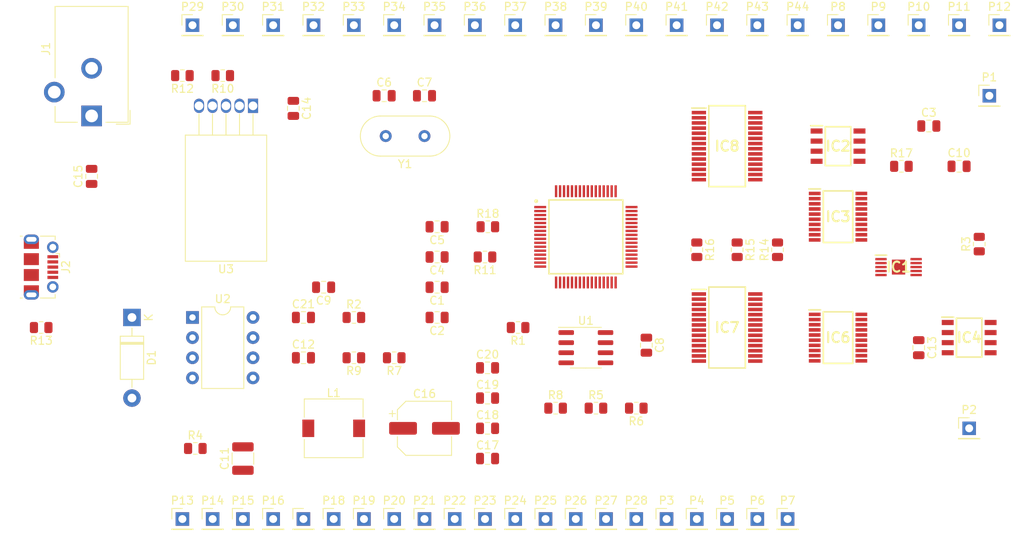
<source format=kicad_pcb>
(kicad_pcb (version 20171130) (host pcbnew "(5.1.7)-1")
  (layers (0 F.Cu signal) (31 B.Cu signal) (35 F.Paste user) (37 F.SilkS user) (38 B.Mask user) (39 F.Mask user) (44 Edge.Cuts user))
  (net 0 "")
  (net 1 Ground)
  (net 2 1.8V)
  (net 3 AnalogGround)
  (net 4 Analog3.3V)
  (net 5 GlobalOscIn)
  (net 6 GlobalOscOut)
  (net 7 3.3V)
  (net 8 VBus)
  (net 9 "Net-(C10-Pad1)")
  (net 10 "Net-(C12-Pad1)")
  (net 11 4V)
  (net 12 ExtPower)
  (net 13 "Net-(D1-Pad1)")
  (net 14 "Net-(IC1-Pad4)")
  (net 15 "Net-(IC1-Pad7)")
  (net 16 "Net-(IC2-Pad1)")
  (net 17 "Net-(IC2-Pad5)")
  (net 18 "Net-(IC2-Pad8)")
  (net 19 "Net-(IC3-Pad20)")
  (net 20 "Net-(IC3-Pad19)")
  (net 21 "Net-(IC3-Pad17)")
  (net 22 "Net-(IC3-Pad16)")
  (net 23 "Net-(IC3-Pad15)")
  (net 24 "Net-(IC3-Pad14)")
  (net 25 "Net-(IC3-Pad13)")
  (net 26 "Net-(IC3-Pad12)")
  (net 27 "Net-(IC3-Pad11)")
  (net 28 "Net-(IC3-Pad10)")
  (net 29 "Net-(IC3-Pad9)")
  (net 30 "Net-(IC3-Pad8)")
  (net 31 "Net-(IC3-Pad7)")
  (net 32 "Net-(IC3-Pad6)")
  (net 33 "Net-(IC3-Pad5)")
  (net 34 "Net-(IC3-Pad4)")
  (net 35 "Net-(IC4-Pad7)")
  (net 36 "Net-(IC4-Pad2)")
  (net 37 "Net-(IC5-Pad6)")
  (net 38 "Net-(IC5-Pad7)")
  (net 39 "Net-(IC5-Pad8)")
  (net 40 "Net-(IC5-Pad14)")
  (net 41 I2C_Clock)
  (net 42 I2C_Data)
  (net 43 "Net-(IC5-Pad19)")
  (net 44 "Net-(IC5-Pad21)")
  (net 45 "Net-(IC5-Pad23)")
  (net 46 "Net-(IC5-Pad24)")
  (net 47 "Net-(IC5-Pad26)")
  (net 48 "Net-(IC5-Pad27)")
  (net 49 "Net-(IC5-Pad28)")
  (net 50 "Net-(IC5-Pad29)")
  (net 51 "Net-(IC5-Pad30)")
  (net 52 "Net-(IC5-Pad32)")
  (net 53 "Net-(IC5-Pad33)")
  (net 54 "Net-(IC5-Pad34)")
  (net 55 "Net-(IC5-Pad36)")
  (net 56 "Net-(IC5-Pad38)")
  (net 57 "Net-(IC5-Pad39)")
  (net 58 "Net-(IC5-Pad40)")
  (net 59 "Net-(IC5-Pad41)")
  (net 60 "Net-(IC5-Pad60)")
  (net 61 ROM_DATA)
  (net 62 ROM_CLK)
  (net 63 ROM_CS)
  (net 64 "Net-(IC6-Pad7)")
  (net 65 "Net-(IC7-Pad1)")
  (net 66 "Net-(IC7-Pad2)")
  (net 67 "Net-(IC7-Pad3)")
  (net 68 "Net-(IC7-Pad4)")
  (net 69 "Net-(IC7-Pad5)")
  (net 70 "Net-(IC7-Pad6)")
  (net 71 "Net-(IC7-Pad7)")
  (net 72 "Net-(IC7-Pad8)")
  (net 73 "Net-(IC7-Pad11)")
  (net 74 "Net-(IC7-Pad14)")
  (net 75 "Net-(IC7-Pad18)")
  (net 76 "Net-(IC7-Pad19)")
  (net 77 "Net-(IC7-Pad20)")
  (net 78 "Net-(IC7-Pad21)")
  (net 79 "Net-(IC7-Pad22)")
  (net 80 "Net-(IC7-Pad23)")
  (net 81 "Net-(IC7-Pad24)")
  (net 82 "Net-(IC7-Pad25)")
  (net 83 "Net-(IC7-Pad26)")
  (net 84 "Net-(IC7-Pad27)")
  (net 85 "Net-(IC7-Pad28)")
  (net 86 "Net-(IC8-Pad28)")
  (net 87 "Net-(IC8-Pad27)")
  (net 88 "Net-(IC8-Pad26)")
  (net 89 "Net-(IC8-Pad25)")
  (net 90 "Net-(IC8-Pad24)")
  (net 91 "Net-(IC8-Pad23)")
  (net 92 "Net-(IC8-Pad22)")
  (net 93 "Net-(IC8-Pad21)")
  (net 94 "Net-(IC8-Pad20)")
  (net 95 "Net-(IC8-Pad19)")
  (net 96 "Net-(IC8-Pad14)")
  (net 97 "Net-(IC8-Pad11)")
  (net 98 "Net-(IC8-Pad8)")
  (net 99 "Net-(IC8-Pad7)")
  (net 100 "Net-(IC8-Pad6)")
  (net 101 "Net-(IC8-Pad5)")
  (net 102 "Net-(IC8-Pad4)")
  (net 103 "Net-(IC8-Pad3)")
  (net 104 "Net-(IC8-Pad2)")
  (net 105 "Net-(IC8-Pad1)")
  (net 106 "Net-(J2-Pad6)")
  (net 107 "Net-(J2-Pad4)")
  (net 108 "Net-(R2-Pad1)")
  (net 109 "Net-(R4-Pad1)")
  (net 110 "Net-(R5-Pad1)")
  (net 111 "Net-(R7-Pad2)")
  (net 112 "Net-(R10-Pad2)")
  (net 113 "Net-(U1-Pad6)")
  (net 114 "Net-(U1-Pad7)")
  (net 115 "Net-(IC2-Pad2)")
  (module Capacitor_SMD:C_0805_2012Metric (layer F.Cu) (at 104.46 129.54 180)
    (fp_text reference C1 (at 0 -1.68) (layer F.SilkS))
    (fp_text value 3.3u)
    (pad 2 smd roundrect (at 0.95 0 180) (size 1 1.45) (layers F.Cu F.Paste F.Mask) (net 1 Ground))
    (pad 1 smd roundrect (at -0.95 0 180) (size 1 1.45) (layers F.Cu F.Paste F.Mask) (net 2 1.8V))
  )
  (module Capacitor_SMD:C_0805_2012Metric (layer F.Cu) (at 104.46 133.35 180)
    (fp_text reference C2 (at 0 -1.68) (layer F.SilkS))
    (fp_text value 100n)
    (pad 2 smd roundrect (at 0.95 0 180) (size 1 1.45) (layers F.Cu F.Paste F.Mask) (net 1 Ground))
    (pad 1 smd roundrect (at -0.95 0 180) (size 1 1.45) (layers F.Cu F.Paste F.Mask) (net 2 1.8V))
  )
  (module Capacitor_SMD:C_0805_2012Metric (layer F.Cu) (at 166.37 109.22)
    (fp_text reference C3 (at 0 -1.68) (layer F.SilkS))
    (fp_text value 4.7u)
    (pad 1 smd roundrect (at -0.95 0) (size 1 1.45) (layers F.Cu F.Paste F.Mask) (net 3 AnalogGround))
    (pad 2 smd roundrect (at 0.95 0) (size 1 1.45) (layers F.Cu F.Paste F.Mask) (net 4 Analog3.3V))
  )
  (module Capacitor_SMD:C_0805_2012Metric (layer F.Cu) (at 104.46 125.73 180)
    (fp_text reference C4 (at 0 -1.68) (layer F.SilkS))
    (fp_text value 100n)
    (pad 1 smd roundrect (at -0.95 0 180) (size 1 1.45) (layers F.Cu F.Paste F.Mask) (net 2 1.8V))
    (pad 2 smd roundrect (at 0.95 0 180) (size 1 1.45) (layers F.Cu F.Paste F.Mask) (net 1 Ground))
  )
  (module Capacitor_SMD:C_0805_2012Metric (layer F.Cu) (at 104.46 121.92 180)
    (fp_text reference C5 (at 0 -1.68) (layer F.SilkS))
    (fp_text value 100n)
    (pad 2 smd roundrect (at 0.95 0 180) (size 1 1.45) (layers F.Cu F.Paste F.Mask) (net 1 Ground))
    (pad 1 smd roundrect (at -0.95 0 180) (size 1 1.45) (layers F.Cu F.Paste F.Mask) (net 2 1.8V))
  )
  (module Capacitor_SMD:C_0805_2012Metric (layer F.Cu) (at 97.79 105.41)
    (fp_text reference C6 (at 0 -1.68) (layer F.SilkS))
    (fp_text value 27p)
    (pad 2 smd roundrect (at 0.95 0) (size 1 1.45) (layers F.Cu F.Paste F.Mask) (net 1 Ground))
    (pad 1 smd roundrect (at -0.95 0) (size 1 1.45) (layers F.Cu F.Paste F.Mask) (net 5 GlobalOscIn))
  )
  (module Capacitor_SMD:C_0805_2012Metric (layer F.Cu) (at 102.87 105.41)
    (fp_text reference C7 (at 0 -1.68) (layer F.SilkS))
    (fp_text value 27p)
    (pad 1 smd roundrect (at -0.95 0) (size 1 1.45) (layers F.Cu F.Paste F.Mask) (net 6 GlobalOscOut))
    (pad 2 smd roundrect (at 0.95 0) (size 1 1.45) (layers F.Cu F.Paste F.Mask) (net 1 Ground))
  )
  (module Capacitor_SMD:C_0805_2012Metric (layer F.Cu) (at 130.81 136.84 270)
    (fp_text reference C8 (at 0 -1.68 90) (layer F.SilkS))
    (fp_text value 100n)
    (pad 1 smd roundrect (at -0.95 0 270) (size 1 1.45) (layers F.Cu F.Paste F.Mask) (net 7 3.3V))
    (pad 2 smd roundrect (at 0.95 0 270) (size 1 1.45) (layers F.Cu F.Paste F.Mask) (net 1 Ground))
  )
  (module Capacitor_SMD:C_0805_2012Metric (layer F.Cu) (at 90.17 129.54 180)
    (fp_text reference C9 (at 0 -1.68) (layer F.SilkS))
    (fp_text value 100u)
    (pad 1 smd roundrect (at -0.95 0 180) (size 1 1.45) (layers F.Cu F.Paste F.Mask) (net 8 VBus))
    (pad 2 smd roundrect (at 0.95 0 180) (size 1 1.45) (layers F.Cu F.Paste F.Mask) (net 1 Ground))
  )
  (module Capacitor_SMD:C_0805_2012Metric (layer F.Cu) (at 170.18 114.3)
    (fp_text reference C10 (at 0 -1.68) (layer F.SilkS))
    (fp_text value 10n)
    (pad 1 smd roundrect (at -0.95 0) (size 1 1.45) (layers F.Cu F.Paste F.Mask) (net 9 "Net-(C10-Pad1)"))
    (pad 2 smd roundrect (at 0.95 0) (size 1 1.45) (layers F.Cu F.Paste F.Mask) (net 3 AnalogGround))
  )
  (module Capacitor_SMD:C_1210_3225Metric (layer F.Cu) (at 80.01 151.13 90)
    (fp_text reference C11 (at 0 -2.3 90) (layer F.SilkS))
    (fp_text value 220u)
    (pad 1 smd roundrect (at -1.475 0 90) (size 1.15 2.7) (layers F.Cu F.Paste F.Mask) (roundrect_rratio 0.217391) (net 7 3.3V))
    (pad 2 smd roundrect (at 1.475 0 90) (size 1.15 2.7) (layers F.Cu F.Paste F.Mask) (roundrect_rratio 0.217391) (net 1 Ground))
  )
  (module Capacitor_SMD:C_0805_2012Metric (layer F.Cu) (at 87.63 138.43)
    (fp_text reference C12 (at 0 -1.68) (layer F.SilkS))
    (fp_text value 1n)
    (pad 2 smd roundrect (at 0.95 0) (size 1 1.45) (layers F.Cu F.Paste F.Mask) (net 1 Ground))
    (pad 1 smd roundrect (at -0.95 0) (size 1 1.45) (layers F.Cu F.Paste F.Mask) (net 10 "Net-(C12-Pad1)"))
  )
  (module Capacitor_SMD:C_0805_2012Metric (layer F.Cu) (at 165.1 137.16 270)
    (fp_text reference C13 (at 0 -1.68 90) (layer F.SilkS))
    (fp_text value 2.2u)
    (pad 2 smd roundrect (at 0.95 0 270) (size 1 1.45) (layers F.Cu F.Paste F.Mask) (net 3 AnalogGround))
    (pad 1 smd roundrect (at -0.95 0 270) (size 1 1.45) (layers F.Cu F.Paste F.Mask) (net 4 Analog3.3V))
  )
  (module Capacitor_SMD:C_0805_2012Metric (layer F.Cu) (at 86.36 107 270)
    (fp_text reference C14 (at 0 -1.68 90) (layer F.SilkS))
    (fp_text value 1u)
    (pad 1 smd roundrect (at -0.95 0 270) (size 1 1.45) (layers F.Cu F.Paste F.Mask) (net 11 4V))
    (pad 2 smd roundrect (at 0.95 0 270) (size 1 1.45) (layers F.Cu F.Paste F.Mask) (net 1 Ground))
  )
  (module Capacitor_SMD:C_0805_2012Metric (layer F.Cu) (at 60.96 115.57 90)
    (fp_text reference C15 (at 0 -1.68 90) (layer F.SilkS))
    (fp_text value 1u)
    (pad 2 smd roundrect (at 0.95 0 90) (size 1 1.45) (layers F.Cu F.Paste F.Mask) (net 1 Ground))
    (pad 1 smd roundrect (at -0.95 0 90) (size 1 1.45) (layers F.Cu F.Paste F.Mask) (net 12 ExtPower))
  )
  (module Capacitor_SMD:CP_Elec_6.3x5.8 (layer F.Cu) (at 102.87 147.32)
    (fp_text reference C16 (at 0 -4.35) (layer F.SilkS))
    (fp_text value 4.7u)
    (pad 1 smd roundrect (at -2.7 0) (size 3.5 1.6) (layers F.Cu F.Paste F.Mask) (roundrect_rratio 0.15625) (net 7 3.3V))
    (pad 2 smd roundrect (at 2.7 0) (size 3.5 1.6) (layers F.Cu F.Paste F.Mask) (roundrect_rratio 0.15625) (net 1 Ground))
  )
  (module Capacitor_SMD:C_0805_2012Metric (layer F.Cu) (at 110.81 151.13)
    (fp_text reference C17 (at 0 -1.68) (layer F.SilkS))
    (fp_text value 100n)
    (pad 1 smd roundrect (at -0.95 0) (size 1 1.45) (layers F.Cu F.Paste F.Mask) (net 7 3.3V))
    (pad 2 smd roundrect (at 0.95 0) (size 1 1.45) (layers F.Cu F.Paste F.Mask) (net 1 Ground))
  )
  (module Capacitor_SMD:C_0805_2012Metric (layer F.Cu) (at 110.81 147.32)
    (fp_text reference C18 (at 0 -1.68) (layer F.SilkS))
    (fp_text value 100n)
    (pad 2 smd roundrect (at 0.95 0) (size 1 1.45) (layers F.Cu F.Paste F.Mask) (net 1 Ground))
    (pad 1 smd roundrect (at -0.95 0) (size 1 1.45) (layers F.Cu F.Paste F.Mask) (net 7 3.3V))
  )
  (module Capacitor_SMD:C_0805_2012Metric (layer F.Cu) (at 110.81 143.51)
    (fp_text reference C19 (at 0 -1.68) (layer F.SilkS))
    (fp_text value 100n)
    (pad 1 smd roundrect (at -0.95 0) (size 1 1.45) (layers F.Cu F.Paste F.Mask) (net 7 3.3V))
    (pad 2 smd roundrect (at 0.95 0) (size 1 1.45) (layers F.Cu F.Paste F.Mask) (net 1 Ground))
  )
  (module Capacitor_SMD:C_0805_2012Metric (layer F.Cu) (at 110.81 139.7)
    (fp_text reference C20 (at 0 -1.68) (layer F.SilkS))
    (fp_text value 100n)
    (pad 2 smd roundrect (at 0.95 0) (size 1 1.45) (layers F.Cu F.Paste F.Mask) (net 1 Ground))
    (pad 1 smd roundrect (at -0.95 0) (size 1 1.45) (layers F.Cu F.Paste F.Mask) (net 7 3.3V))
  )
  (module Capacitor_SMD:C_0805_2012Metric (layer F.Cu) (at 87.63 133.35)
    (fp_text reference C21 (at 0 -1.68) (layer F.SilkS))
    (fp_text value 100p)
    (pad 1 smd roundrect (at -0.95 0) (size 1 1.45) (layers F.Cu F.Paste F.Mask) (net 10 "Net-(C12-Pad1)"))
    (pad 2 smd roundrect (at 0.95 0) (size 1 1.45) (layers F.Cu F.Paste F.Mask) (net 1 Ground))
  )
  (module Diode_THT:D_DO-41_SOD81_P10.16mm_Horizontal (layer F.Cu) (at 66.04 133.35 270)
    (fp_text reference D1 (at 5.08 -2.47 90) (layer F.SilkS))
    (fp_text value 1N5819)
    (fp_text user K (at 0 -2.1 90) (layer F.SilkS))
    (pad 1 thru_hole rect (at 0 0 270) (size 2.2 2.2) (drill 1.1) (layers *.Cu *.Mask) (net 13 "Net-(D1-Pad1)"))
    (pad 2 thru_hole oval (at 10.16 0 270) (size 2.2 2.2) (drill 1.1) (layers *.Cu *.Mask) (net 1 Ground))
  )
  (module SOP50P490X110-11N (layer F.Cu) (at 162.56 127)
    (fp_text reference IC1 (at 0 0) (layer F.SilkS) (effects (font (size 1.27 1.27) (thickness 0.254))))
    (fp_text value LT3042EMSE#TRPBF hide)
    (pad 1 smd rect (at -2.212 -1 90) (size 0.3 1.425) (layers F.Cu F.Paste F.Mask) (net 12 ExtPower))
    (pad 2 smd rect (at -2.212 -0.5 90) (size 0.3 1.425) (layers F.Cu F.Paste F.Mask) (net 12 ExtPower))
    (pad 3 smd rect (at -2.212 0 90) (size 0.3 1.425) (layers F.Cu F.Paste F.Mask) (net 12 ExtPower))
    (pad 4 smd rect (at -2.212 0.5 90) (size 0.3 1.425) (layers F.Cu F.Paste F.Mask) (net 14 "Net-(IC1-Pad4)"))
    (pad 5 smd rect (at -2.212 1 90) (size 0.3 1.425) (layers F.Cu F.Paste F.Mask) (net 9 "Net-(C10-Pad1)"))
    (pad 6 smd rect (at 2.212 1 90) (size 0.3 1.425) (layers F.Cu F.Paste F.Mask) (net 12 ExtPower))
    (pad 7 smd rect (at 2.212 0.5 90) (size 0.3 1.425) (layers F.Cu F.Paste F.Mask) (net 15 "Net-(IC1-Pad7)"))
    (pad 8 smd rect (at 2.212 0 90) (size 0.3 1.425) (layers F.Cu F.Paste F.Mask) (net 3 AnalogGround))
    (pad 9 smd rect (at 2.212 -0.5 90) (size 0.3 1.425) (layers F.Cu F.Paste F.Mask) (net 4 Analog3.3V))
    (pad 10 smd rect (at 2.212 -1 90) (size 0.3 1.425) (layers F.Cu F.Paste F.Mask) (net 4 Analog3.3V))
    (pad 11 smd rect (at 0 0) (size 1.68 1.88) (layers F.Cu F.Paste F.Mask) (net 3 AnalogGround))
  )
  (module SOIC127P600X175-8N (layer F.Cu) (at 154.94 111.76)
    (fp_text reference IC2 (at 0 0) (layer F.SilkS) (effects (font (size 1.27 1.27) (thickness 0.254))))
    (fp_text value AD8551ARZ hide)
    (pad 1 smd rect (at -2.7 -1.905 90) (size 0.65 1.5) (layers F.Cu F.Paste F.Mask) (net 16 "Net-(IC2-Pad1)"))
    (pad 2 smd rect (at -2.7 -0.635 90) (size 0.65 1.5) (layers F.Cu F.Paste F.Mask) (net 115 "Net-(IC2-Pad2)"))
    (pad 3 smd rect (at -2.7 0.635 90) (size 0.65 1.5) (layers F.Cu F.Paste F.Mask) (net 3 AnalogGround))
    (pad 4 smd rect (at -2.7 1.905 90) (size 0.65 1.5) (layers F.Cu F.Paste F.Mask) (net 3 AnalogGround))
    (pad 5 smd rect (at 2.7 1.905 90) (size 0.65 1.5) (layers F.Cu F.Paste F.Mask) (net 17 "Net-(IC2-Pad5)"))
    (pad 6 smd rect (at 2.7 0.635 90) (size 0.65 1.5) (layers F.Cu F.Paste F.Mask) (net 115 "Net-(IC2-Pad2)"))
    (pad 7 smd rect (at 2.7 -0.635 90) (size 0.65 1.5) (layers F.Cu F.Paste F.Mask) (net 4 Analog3.3V))
    (pad 8 smd rect (at 2.7 -1.905 90) (size 0.65 1.5) (layers F.Cu F.Paste F.Mask) (net 18 "Net-(IC2-Pad8)"))
  )
  (module SOP65P640X120-20N (layer F.Cu) (at 154.94 120.65)
    (fp_text reference IC3 (at 0 0) (layer F.SilkS) (effects (font (size 1.27 1.27) (thickness 0.254))))
    (fp_text value AD5445YRUZ hide)
    (pad 20 smd rect (at 2.938 -2.925 90) (size 0.45 1.475) (layers F.Cu F.Paste F.Mask) (net 19 "Net-(IC3-Pad20)"))
    (pad 19 smd rect (at 2.938 -2.275 90) (size 0.45 1.475) (layers F.Cu F.Paste F.Mask) (net 20 "Net-(IC3-Pad19)"))
    (pad 18 smd rect (at 2.938 -1.625 90) (size 0.45 1.475) (layers F.Cu F.Paste F.Mask) (net 4 Analog3.3V))
    (pad 17 smd rect (at 2.938 -0.975 90) (size 0.45 1.475) (layers F.Cu F.Paste F.Mask) (net 21 "Net-(IC3-Pad17)"))
    (pad 16 smd rect (at 2.938 -0.325 90) (size 0.45 1.475) (layers F.Cu F.Paste F.Mask) (net 22 "Net-(IC3-Pad16)"))
    (pad 15 smd rect (at 2.938 0.325 90) (size 0.45 1.475) (layers F.Cu F.Paste F.Mask) (net 23 "Net-(IC3-Pad15)"))
    (pad 14 smd rect (at 2.938 0.975 90) (size 0.45 1.475) (layers F.Cu F.Paste F.Mask) (net 24 "Net-(IC3-Pad14)"))
    (pad 13 smd rect (at 2.938 1.625 90) (size 0.45 1.475) (layers F.Cu F.Paste F.Mask) (net 25 "Net-(IC3-Pad13)"))
    (pad 12 smd rect (at 2.938 2.275 90) (size 0.45 1.475) (layers F.Cu F.Paste F.Mask) (net 26 "Net-(IC3-Pad12)"))
    (pad 11 smd rect (at 2.938 2.925 90) (size 0.45 1.475) (layers F.Cu F.Paste F.Mask) (net 27 "Net-(IC3-Pad11)"))
    (pad 10 smd rect (at -2.938 2.925 90) (size 0.45 1.475) (layers F.Cu F.Paste F.Mask) (net 28 "Net-(IC3-Pad10)"))
    (pad 9 smd rect (at -2.938 2.275 90) (size 0.45 1.475) (layers F.Cu F.Paste F.Mask) (net 29 "Net-(IC3-Pad9)"))
    (pad 8 smd rect (at -2.938 1.625 90) (size 0.45 1.475) (layers F.Cu F.Paste F.Mask) (net 30 "Net-(IC3-Pad8)"))
    (pad 7 smd rect (at -2.938 0.975 90) (size 0.45 1.475) (layers F.Cu F.Paste F.Mask) (net 31 "Net-(IC3-Pad7)"))
    (pad 6 smd rect (at -2.938 0.325 90) (size 0.45 1.475) (layers F.Cu F.Paste F.Mask) (net 32 "Net-(IC3-Pad6)"))
    (pad 5 smd rect (at -2.938 -0.325 90) (size 0.45 1.475) (layers F.Cu F.Paste F.Mask) (net 33 "Net-(IC3-Pad5)"))
    (pad 4 smd rect (at -2.938 -0.975 90) (size 0.45 1.475) (layers F.Cu F.Paste F.Mask) (net 34 "Net-(IC3-Pad4)"))
    (pad 3 smd rect (at -2.938 -1.625 90) (size 0.45 1.475) (layers F.Cu F.Paste F.Mask) (net 3 AnalogGround))
    (pad 2 smd rect (at -2.938 -2.275 90) (size 0.45 1.475) (layers F.Cu F.Paste F.Mask) (net 3 AnalogGround))
    (pad 1 smd rect (at -2.938 -2.925 90) (size 0.45 1.475) (layers F.Cu F.Paste F.Mask) (net 115 "Net-(IC2-Pad2)"))
  )
  (module SOIC127P600X175-8N (layer F.Cu) (at 171.45 135.89)
    (fp_text reference IC4 (at 0 0) (layer F.SilkS) (effects (font (size 1.27 1.27) (thickness 0.254))))
    (fp_text value MCP1501-25E_SN hide)
    (pad 8 smd rect (at 2.7 -1.905 90) (size 0.65 1.5) (layers F.Cu F.Paste F.Mask) (net 35 "Net-(IC4-Pad7)"))
    (pad 7 smd rect (at 2.7 -0.635 90) (size 0.65 1.5) (layers F.Cu F.Paste F.Mask) (net 35 "Net-(IC4-Pad7)"))
    (pad 6 smd rect (at 2.7 0.635 90) (size 0.65 1.5) (layers F.Cu F.Paste F.Mask) (net 3 AnalogGround))
    (pad 5 smd rect (at 2.7 1.905 90) (size 0.65 1.5) (layers F.Cu F.Paste F.Mask) (net 3 AnalogGround))
    (pad 4 smd rect (at -2.7 1.905 90) (size 0.65 1.5) (layers F.Cu F.Paste F.Mask) (net 3 AnalogGround))
    (pad 3 smd rect (at -2.7 0.635 90) (size 0.65 1.5) (layers F.Cu F.Paste F.Mask) (net 4 Analog3.3V))
    (pad 2 smd rect (at -2.7 -0.635 90) (size 0.65 1.5) (layers F.Cu F.Paste F.Mask) (net 36 "Net-(IC4-Pad2)"))
    (pad 1 smd rect (at -2.7 -1.905 90) (size 0.65 1.5) (layers F.Cu F.Paste F.Mask) (net 4 Analog3.3V))
  )
  (module QFP50P1200X1200X160-64N (layer F.Cu) (at 123.19 123.19)
    (fp_text reference IC5 hide)
    (fp_text value FT2232 hide)
    (pad 1 smd rect (at -5.75 -3.75 90) (size 0.3 1.5) (layers F.Cu F.Paste F.Mask) (net 1 Ground))
    (pad 2 smd rect (at -5.75 -3.25 90) (size 0.3 1.5) (layers F.Cu F.Paste F.Mask) (net 5 GlobalOscIn))
    (pad 3 smd rect (at -5.75 -2.75 90) (size 0.3 1.5) (layers F.Cu F.Paste F.Mask) (net 6 GlobalOscOut))
    (pad 4 smd rect (at -5.75 -2.25 90) (size 0.3 1.5) (layers F.Cu F.Paste F.Mask) (net 7 3.3V))
    (pad 5 smd rect (at -5.75 -1.75 90) (size 0.3 1.5) (layers F.Cu F.Paste F.Mask) (net 1 Ground))
    (pad 6 smd rect (at -5.75 -1.25 90) (size 0.3 1.5) (layers F.Cu F.Paste F.Mask) (net 37 "Net-(IC5-Pad6)"))
    (pad 7 smd rect (at -5.75 -0.75 90) (size 0.3 1.5) (layers F.Cu F.Paste F.Mask) (net 38 "Net-(IC5-Pad7)"))
    (pad 8 smd rect (at -5.75 -0.25 90) (size 0.3 1.5) (layers F.Cu F.Paste F.Mask) (net 39 "Net-(IC5-Pad8)"))
    (pad 9 smd rect (at -5.75 0.25 90) (size 0.3 1.5) (layers F.Cu F.Paste F.Mask) (net 7 3.3V))
    (pad 10 smd rect (at -5.75 0.75 90) (size 0.3 1.5) (layers F.Cu F.Paste F.Mask) (net 1 Ground))
    (pad 11 smd rect (at -5.75 1.25 90) (size 0.3 1.5) (layers F.Cu F.Paste F.Mask) (net 1 Ground))
    (pad 12 smd rect (at -5.75 1.75 90) (size 0.3 1.5) (layers F.Cu F.Paste F.Mask) (net 2 1.8V))
    (pad 13 smd rect (at -5.75 2.25 90) (size 0.3 1.5) (layers F.Cu F.Paste F.Mask) (net 1 Ground))
    (pad 14 smd rect (at -5.75 2.75 90) (size 0.3 1.5) (layers F.Cu F.Paste F.Mask) (net 40 "Net-(IC5-Pad14)"))
    (pad 15 smd rect (at -5.75 3.25 90) (size 0.3 1.5) (layers F.Cu F.Paste F.Mask) (net 1 Ground))
    (pad 16 smd rect (at -5.75 3.75 90) (size 0.3 1.5) (layers F.Cu F.Paste F.Mask) (net 41 I2C_Clock))
    (pad 17 smd rect (at -3.75 5.75) (size 0.3 1.5) (layers F.Cu F.Paste F.Mask) (net 42 I2C_Data))
    (pad 18 smd rect (at -3.25 5.75) (size 0.3 1.5) (layers F.Cu F.Paste F.Mask) (net 42 I2C_Data))
    (pad 19 smd rect (at -2.75 5.75) (size 0.3 1.5) (layers F.Cu F.Paste F.Mask) (net 43 "Net-(IC5-Pad19)"))
    (pad 20 smd rect (at -2.25 5.75) (size 0.3 1.5) (layers F.Cu F.Paste F.Mask) (net 7 3.3V))
    (pad 21 smd rect (at -1.75 5.75) (size 0.3 1.5) (layers F.Cu F.Paste F.Mask) (net 44 "Net-(IC5-Pad21)"))
    (pad 22 smd rect (at -1.25 5.75) (size 0.3 1.5) (layers F.Cu F.Paste F.Mask) (net 4 Analog3.3V))
    (pad 23 smd rect (at -0.75 5.75) (size 0.3 1.5) (layers F.Cu F.Paste F.Mask) (net 45 "Net-(IC5-Pad23)"))
    (pad 24 smd rect (at -0.25 5.75) (size 0.3 1.5) (layers F.Cu F.Paste F.Mask) (net 46 "Net-(IC5-Pad24)"))
    (pad 25 smd rect (at 0.25 5.75) (size 0.3 1.5) (layers F.Cu F.Paste F.Mask) (net 1 Ground))
    (pad 26 smd rect (at 0.75 5.75) (size 0.3 1.5) (layers F.Cu F.Paste F.Mask) (net 47 "Net-(IC5-Pad26)"))
    (pad 27 smd rect (at 1.25 5.75) (size 0.3 1.5) (layers F.Cu F.Paste F.Mask) (net 48 "Net-(IC5-Pad27)"))
    (pad 28 smd rect (at 1.75 5.75) (size 0.3 1.5) (layers F.Cu F.Paste F.Mask) (net 49 "Net-(IC5-Pad28)"))
    (pad 29 smd rect (at 2.25 5.75) (size 0.3 1.5) (layers F.Cu F.Paste F.Mask) (net 50 "Net-(IC5-Pad29)"))
    (pad 30 smd rect (at 2.75 5.75) (size 0.3 1.5) (layers F.Cu F.Paste F.Mask) (net 51 "Net-(IC5-Pad30)"))
    (pad 31 smd rect (at 3.25 5.75) (size 0.3 1.5) (layers F.Cu F.Paste F.Mask) (net 7 3.3V))
    (pad 32 smd rect (at 3.75 5.75) (size 0.3 1.5) (layers F.Cu F.Paste F.Mask) (net 52 "Net-(IC5-Pad32)"))
    (pad 33 smd rect (at 5.75 3.75 90) (size 0.3 1.5) (layers F.Cu F.Paste F.Mask) (net 53 "Net-(IC5-Pad33)"))
    (pad 34 smd rect (at 5.75 3.25 90) (size 0.3 1.5) (layers F.Cu F.Paste F.Mask) (net 54 "Net-(IC5-Pad34)"))
    (pad 35 smd rect (at 5.75 2.75 90) (size 0.3 1.5) (layers F.Cu F.Paste F.Mask) (net 1 Ground))
    (pad 36 smd rect (at 5.75 2.25 90) (size 0.3 1.5) (layers F.Cu F.Paste F.Mask) (net 55 "Net-(IC5-Pad36)"))
    (pad 37 smd rect (at 5.75 1.75 90) (size 0.3 1.5) (layers F.Cu F.Paste F.Mask) (net 2 1.8V))
    (pad 38 smd rect (at 5.75 1.25 90) (size 0.3 1.5) (layers F.Cu F.Paste F.Mask) (net 56 "Net-(IC5-Pad38)"))
    (pad 39 smd rect (at 5.75 0.75 90) (size 0.3 1.5) (layers F.Cu F.Paste F.Mask) (net 57 "Net-(IC5-Pad39)"))
    (pad 40 smd rect (at 5.75 0.25 90) (size 0.3 1.5) (layers F.Cu F.Paste F.Mask) (net 58 "Net-(IC5-Pad40)"))
    (pad 41 smd rect (at 5.75 -0.25 90) (size 0.3 1.5) (layers F.Cu F.Paste F.Mask) (net 59 "Net-(IC5-Pad41)"))
    (pad 42 smd rect (at 5.75 -0.75 90) (size 0.3 1.5) (layers F.Cu F.Paste F.Mask) (net 7 3.3V))
    (pad 43 smd rect (at 5.75 -1.25 90) (size 0.3 1.5) (layers F.Cu F.Paste F.Mask) (net 23 "Net-(IC3-Pad15)"))
    (pad 44 smd rect (at 5.75 -1.75 90) (size 0.3 1.5) (layers F.Cu F.Paste F.Mask) (net 24 "Net-(IC3-Pad14)"))
    (pad 45 smd rect (at 5.75 -2.25 90) (size 0.3 1.5) (layers F.Cu F.Paste F.Mask) (net 25 "Net-(IC3-Pad13)"))
    (pad 46 smd rect (at 5.75 -2.75 90) (size 0.3 1.5) (layers F.Cu F.Paste F.Mask) (net 26 "Net-(IC3-Pad12)"))
    (pad 47 smd rect (at 5.75 -3.25 90) (size 0.3 1.5) (layers F.Cu F.Paste F.Mask) (net 1 Ground))
    (pad 48 smd rect (at 5.75 -3.75 90) (size 0.3 1.5) (layers F.Cu F.Paste F.Mask) (net 27 "Net-(IC3-Pad11)"))
    (pad 49 smd rect (at 3.75 -5.75) (size 0.3 1.5) (layers F.Cu F.Paste F.Mask) (net 2 1.8V))
    (pad 50 smd rect (at 3.25 -5.75) (size 0.3 1.5) (layers F.Cu F.Paste F.Mask) (net 7 3.3V))
    (pad 51 smd rect (at 2.75 -5.75) (size 0.3 1.5) (layers F.Cu F.Paste F.Mask) (net 1 Ground))
    (pad 52 smd rect (at 2.25 -5.75) (size 0.3 1.5) (layers F.Cu F.Paste F.Mask) (net 28 "Net-(IC3-Pad10)"))
    (pad 53 smd rect (at 1.75 -5.75) (size 0.3 1.5) (layers F.Cu F.Paste F.Mask) (net 29 "Net-(IC3-Pad9)"))
    (pad 54 smd rect (at 1.25 -5.75) (size 0.3 1.5) (layers F.Cu F.Paste F.Mask) (net 30 "Net-(IC3-Pad8)"))
    (pad 55 smd rect (at 0.75 -5.75) (size 0.3 1.5) (layers F.Cu F.Paste F.Mask) (net 31 "Net-(IC3-Pad7)"))
    (pad 56 smd rect (at 0.25 -5.75) (size 0.3 1.5) (layers F.Cu F.Paste F.Mask) (net 7 3.3V))
    (pad 57 smd rect (at -0.25 -5.75) (size 0.3 1.5) (layers F.Cu F.Paste F.Mask) (net 32 "Net-(IC3-Pad6)"))
    (pad 58 smd rect (at -0.75 -5.75) (size 0.3 1.5) (layers F.Cu F.Paste F.Mask) (net 33 "Net-(IC3-Pad5)"))
    (pad 59 smd rect (at -1.25 -5.75) (size 0.3 1.5) (layers F.Cu F.Paste F.Mask) (net 34 "Net-(IC3-Pad4)"))
    (pad 60 smd rect (at -1.75 -5.75) (size 0.3 1.5) (layers F.Cu F.Paste F.Mask) (net 60 "Net-(IC5-Pad60)"))
    (pad 61 smd rect (at -2.25 -5.75) (size 0.3 1.5) (layers F.Cu F.Paste F.Mask) (net 61 ROM_DATA))
    (pad 62 smd rect (at -2.75 -5.75) (size 0.3 1.5) (layers F.Cu F.Paste F.Mask) (net 62 ROM_CLK))
    (pad 63 smd rect (at -3.25 -5.75) (size 0.3 1.5) (layers F.Cu F.Paste F.Mask) (net 63 ROM_CS))
    (pad 64 smd rect (at -3.75 -5.75) (size 0.3 1.5) (layers F.Cu F.Paste F.Mask) (net 2 1.8V))
  )
  (module SOP65P640X120-20N (layer F.Cu) (at 154.94 135.89)
    (fp_text reference IC6 (at 0 0) (layer F.SilkS) (effects (font (size 1.27 1.27) (thickness 0.254))))
    (fp_text value AD7998BRUZ-0 hide)
    (pad 1 smd rect (at -2.938 -2.925 90) (size 0.45 1.475) (layers F.Cu F.Paste F.Mask) (net 3 AnalogGround))
    (pad 2 smd rect (at -2.938 -2.275 90) (size 0.45 1.475) (layers F.Cu F.Paste F.Mask) (net 4 Analog3.3V))
    (pad 3 smd rect (at -2.938 -1.625 90) (size 0.45 1.475) (layers F.Cu F.Paste F.Mask) (net 3 AnalogGround))
    (pad 4 smd rect (at -2.938 -0.975 90) (size 0.45 1.475) (layers F.Cu F.Paste F.Mask) (net 3 AnalogGround))
    (pad 5 smd rect (at -2.938 -0.325 90) (size 0.45 1.475) (layers F.Cu F.Paste F.Mask) (net 4 Analog3.3V))
    (pad 6 smd rect (at -2.938 0.325 90) (size 0.45 1.475) (layers F.Cu F.Paste F.Mask) (net 35 "Net-(IC4-Pad7)"))
    (pad 7 smd rect (at -2.938 0.975 90) (size 0.45 1.475) (layers F.Cu F.Paste F.Mask) (net 64 "Net-(IC6-Pad7)"))
    (pad 8 smd rect (at -2.938 1.625 90) (size 0.45 1.475) (layers F.Cu F.Paste F.Mask) (net 3 AnalogGround))
    (pad 9 smd rect (at -2.938 2.275 90) (size 0.45 1.475) (layers F.Cu F.Paste F.Mask) (net 3 AnalogGround))
    (pad 10 smd rect (at -2.938 2.925 90) (size 0.45 1.475) (layers F.Cu F.Paste F.Mask) (net 3 AnalogGround))
    (pad 11 smd rect (at 2.938 2.925 90) (size 0.45 1.475) (layers F.Cu F.Paste F.Mask) (net 3 AnalogGround))
    (pad 12 smd rect (at 2.938 2.275 90) (size 0.45 1.475) (layers F.Cu F.Paste F.Mask) (net 3 AnalogGround))
    (pad 13 smd rect (at 2.938 1.625 90) (size 0.45 1.475) (layers F.Cu F.Paste F.Mask) (net 3 AnalogGround))
    (pad 14 smd rect (at 2.938 0.975 90) (size 0.45 1.475) (layers F.Cu F.Paste F.Mask) (net 3 AnalogGround))
    (pad 15 smd rect (at 2.938 0.325 90) (size 0.45 1.475) (layers F.Cu F.Paste F.Mask) (net 3 AnalogGround))
    (pad 16 smd rect (at 2.938 -0.325 90) (size 0.45 1.475) (layers F.Cu F.Paste F.Mask) (net 4 Analog3.3V))
    (pad 17 smd rect (at 2.938 -0.975 90) (size 0.45 1.475) (layers F.Cu F.Paste F.Mask) (net 44 "Net-(IC5-Pad21)"))
    (pad 18 smd rect (at 2.938 -1.625 90) (size 0.45 1.475) (layers F.Cu F.Paste F.Mask) (net 42 I2C_Data))
    (pad 19 smd rect (at 2.938 -2.275 90) (size 0.45 1.475) (layers F.Cu F.Paste F.Mask) (net 41 I2C_Clock))
    (pad 20 smd rect (at 2.938 -2.925 90) (size 0.45 1.475) (layers F.Cu F.Paste F.Mask) (net 3 AnalogGround))
  )
  (module SOP65P780X200-28N (layer F.Cu) (at 140.97 134.62)
    (fp_text reference IC7 (at 0 0) (layer F.SilkS) (effects (font (size 1.27 1.27) (thickness 0.254))))
    (fp_text value MCP23017T-E_SS hide)
    (pad 1 smd rect (at -3.55 -4.225 90) (size 0.45 1.8) (layers F.Cu F.Paste F.Mask) (net 65 "Net-(IC7-Pad1)"))
    (pad 2 smd rect (at -3.55 -3.575 90) (size 0.45 1.8) (layers F.Cu F.Paste F.Mask) (net 66 "Net-(IC7-Pad2)"))
    (pad 3 smd rect (at -3.55 -2.925 90) (size 0.45 1.8) (layers F.Cu F.Paste F.Mask) (net 67 "Net-(IC7-Pad3)"))
    (pad 4 smd rect (at -3.55 -2.275 90) (size 0.45 1.8) (layers F.Cu F.Paste F.Mask) (net 68 "Net-(IC7-Pad4)"))
    (pad 5 smd rect (at -3.55 -1.625 90) (size 0.45 1.8) (layers F.Cu F.Paste F.Mask) (net 69 "Net-(IC7-Pad5)"))
    (pad 6 smd rect (at -3.55 -0.975 90) (size 0.45 1.8) (layers F.Cu F.Paste F.Mask) (net 70 "Net-(IC7-Pad6)"))
    (pad 7 smd rect (at -3.55 -0.325 90) (size 0.45 1.8) (layers F.Cu F.Paste F.Mask) (net 71 "Net-(IC7-Pad7)"))
    (pad 8 smd rect (at -3.55 0.325 90) (size 0.45 1.8) (layers F.Cu F.Paste F.Mask) (net 72 "Net-(IC7-Pad8)"))
    (pad 9 smd rect (at -3.55 0.975 90) (size 0.45 1.8) (layers F.Cu F.Paste F.Mask) (net 11 4V))
    (pad 10 smd rect (at -3.55 1.625 90) (size 0.45 1.8) (layers F.Cu F.Paste F.Mask) (net 1 Ground))
    (pad 11 smd rect (at -3.55 2.275 90) (size 0.45 1.8) (layers F.Cu F.Paste F.Mask) (net 73 "Net-(IC7-Pad11)"))
    (pad 12 smd rect (at -3.55 2.925 90) (size 0.45 1.8) (layers F.Cu F.Paste F.Mask) (net 41 I2C_Clock))
    (pad 13 smd rect (at -3.55 3.575 90) (size 0.45 1.8) (layers F.Cu F.Paste F.Mask) (net 42 I2C_Data))
    (pad 14 smd rect (at -3.55 4.225 90) (size 0.45 1.8) (layers F.Cu F.Paste F.Mask) (net 74 "Net-(IC7-Pad14)"))
    (pad 15 smd rect (at 3.55 4.225 90) (size 0.45 1.8) (layers F.Cu F.Paste F.Mask) (net 11 4V))
    (pad 16 smd rect (at 3.55 3.575 90) (size 0.45 1.8) (layers F.Cu F.Paste F.Mask) (net 11 4V))
    (pad 17 smd rect (at 3.55 2.925 90) (size 0.45 1.8) (layers F.Cu F.Paste F.Mask) (net 1 Ground))
    (pad 18 smd rect (at 3.55 2.275 90) (size 0.45 1.8) (layers F.Cu F.Paste F.Mask) (net 75 "Net-(IC7-Pad18)"))
    (pad 19 smd rect (at 3.55 1.625 90) (size 0.45 1.8) (layers F.Cu F.Paste F.Mask) (net 76 "Net-(IC7-Pad19)"))
    (pad 20 smd rect (at 3.55 0.975 90) (size 0.45 1.8) (layers F.Cu F.Paste F.Mask) (net 77 "Net-(IC7-Pad20)"))
    (pad 21 smd rect (at 3.55 0.325 90) (size 0.45 1.8) (layers F.Cu F.Paste F.Mask) (net 78 "Net-(IC7-Pad21)"))
    (pad 22 smd rect (at 3.55 -0.325 90) (size 0.45 1.8) (layers F.Cu F.Paste F.Mask) (net 79 "Net-(IC7-Pad22)"))
    (pad 23 smd rect (at 3.55 -0.975 90) (size 0.45 1.8) (layers F.Cu F.Paste F.Mask) (net 80 "Net-(IC7-Pad23)"))
    (pad 24 smd rect (at 3.55 -1.625 90) (size 0.45 1.8) (layers F.Cu F.Paste F.Mask) (net 81 "Net-(IC7-Pad24)"))
    (pad 25 smd rect (at 3.55 -2.275 90) (size 0.45 1.8) (layers F.Cu F.Paste F.Mask) (net 82 "Net-(IC7-Pad25)"))
    (pad 26 smd rect (at 3.55 -2.925 90) (size 0.45 1.8) (layers F.Cu F.Paste F.Mask) (net 83 "Net-(IC7-Pad26)"))
    (pad 27 smd rect (at 3.55 -3.575 90) (size 0.45 1.8) (layers F.Cu F.Paste F.Mask) (net 84 "Net-(IC7-Pad27)"))
    (pad 28 smd rect (at 3.55 -4.225 90) (size 0.45 1.8) (layers F.Cu F.Paste F.Mask) (net 85 "Net-(IC7-Pad28)"))
  )
  (module SOP65P780X200-28N (layer F.Cu) (at 140.97 111.76)
    (fp_text reference IC8 (at 0 0) (layer F.SilkS) (effects (font (size 1.27 1.27) (thickness 0.254))))
    (fp_text value MCP23017T-E_SS hide)
    (pad 28 smd rect (at 3.55 -4.225 90) (size 0.45 1.8) (layers F.Cu F.Paste F.Mask) (net 86 "Net-(IC8-Pad28)"))
    (pad 27 smd rect (at 3.55 -3.575 90) (size 0.45 1.8) (layers F.Cu F.Paste F.Mask) (net 87 "Net-(IC8-Pad27)"))
    (pad 26 smd rect (at 3.55 -2.925 90) (size 0.45 1.8) (layers F.Cu F.Paste F.Mask) (net 88 "Net-(IC8-Pad26)"))
    (pad 25 smd rect (at 3.55 -2.275 90) (size 0.45 1.8) (layers F.Cu F.Paste F.Mask) (net 89 "Net-(IC8-Pad25)"))
    (pad 24 smd rect (at 3.55 -1.625 90) (size 0.45 1.8) (layers F.Cu F.Paste F.Mask) (net 90 "Net-(IC8-Pad24)"))
    (pad 23 smd rect (at 3.55 -0.975 90) (size 0.45 1.8) (layers F.Cu F.Paste F.Mask) (net 91 "Net-(IC8-Pad23)"))
    (pad 22 smd rect (at 3.55 -0.325 90) (size 0.45 1.8) (layers F.Cu F.Paste F.Mask) (net 92 "Net-(IC8-Pad22)"))
    (pad 21 smd rect (at 3.55 0.325 90) (size 0.45 1.8) (layers F.Cu F.Paste F.Mask) (net 93 "Net-(IC8-Pad21)"))
    (pad 20 smd rect (at 3.55 0.975 90) (size 0.45 1.8) (layers F.Cu F.Paste F.Mask) (net 94 "Net-(IC8-Pad20)"))
    (pad 19 smd rect (at 3.55 1.625 90) (size 0.45 1.8) (layers F.Cu F.Paste F.Mask) (net 95 "Net-(IC8-Pad19)"))
    (pad 18 smd rect (at 3.55 2.275 90) (size 0.45 1.8) (layers F.Cu F.Paste F.Mask) (net 11 4V))
    (pad 17 smd rect (at 3.55 2.925 90) (size 0.45 1.8) (layers F.Cu F.Paste F.Mask) (net 1 Ground))
    (pad 16 smd rect (at 3.55 3.575 90) (size 0.45 1.8) (layers F.Cu F.Paste F.Mask) (net 11 4V))
    (pad 15 smd rect (at 3.55 4.225 90) (size 0.45 1.8) (layers F.Cu F.Paste F.Mask) (net 1 Ground))
    (pad 14 smd rect (at -3.55 4.225 90) (size 0.45 1.8) (layers F.Cu F.Paste F.Mask) (net 96 "Net-(IC8-Pad14)"))
    (pad 13 smd rect (at -3.55 3.575 90) (size 0.45 1.8) (layers F.Cu F.Paste F.Mask) (net 42 I2C_Data))
    (pad 12 smd rect (at -3.55 2.925 90) (size 0.45 1.8) (layers F.Cu F.Paste F.Mask) (net 41 I2C_Clock))
    (pad 11 smd rect (at -3.55 2.275 90) (size 0.45 1.8) (layers F.Cu F.Paste F.Mask) (net 97 "Net-(IC8-Pad11)"))
    (pad 10 smd rect (at -3.55 1.625 90) (size 0.45 1.8) (layers F.Cu F.Paste F.Mask) (net 1 Ground))
    (pad 9 smd rect (at -3.55 0.975 90) (size 0.45 1.8) (layers F.Cu F.Paste F.Mask) (net 11 4V))
    (pad 8 smd rect (at -3.55 0.325 90) (size 0.45 1.8) (layers F.Cu F.Paste F.Mask) (net 98 "Net-(IC8-Pad8)"))
    (pad 7 smd rect (at -3.55 -0.325 90) (size 0.45 1.8) (layers F.Cu F.Paste F.Mask) (net 99 "Net-(IC8-Pad7)"))
    (pad 6 smd rect (at -3.55 -0.975 90) (size 0.45 1.8) (layers F.Cu F.Paste F.Mask) (net 100 "Net-(IC8-Pad6)"))
    (pad 5 smd rect (at -3.55 -1.625 90) (size 0.45 1.8) (layers F.Cu F.Paste F.Mask) (net 101 "Net-(IC8-Pad5)"))
    (pad 4 smd rect (at -3.55 -2.275 90) (size 0.45 1.8) (layers F.Cu F.Paste F.Mask) (net 102 "Net-(IC8-Pad4)"))
    (pad 3 smd rect (at -3.55 -2.925 90) (size 0.45 1.8) (layers F.Cu F.Paste F.Mask) (net 103 "Net-(IC8-Pad3)"))
    (pad 2 smd rect (at -3.55 -3.575 90) (size 0.45 1.8) (layers F.Cu F.Paste F.Mask) (net 104 "Net-(IC8-Pad2)"))
    (pad 1 smd rect (at -3.55 -4.225 90) (size 0.45 1.8) (layers F.Cu F.Paste F.Mask) (net 105 "Net-(IC8-Pad1)"))
  )
  (module Connector_BarrelJack:BarrelJack_CUI_PJ-102AH_Horizontal (layer F.Cu) (at 60.96 107.95 180)
    (fp_text reference J1 (at 5.75 8.45 90) (layer F.SilkS))
    (fp_text value Barrel_Jack_Switch)
    (pad 1 thru_hole rect (at 0 0 180) (size 2.6 2.6) (drill 1.6) (layers *.Cu *.Mask) (net 12 ExtPower))
    (pad 2 thru_hole circle (at 0 6 180) (size 2.6 2.6) (drill 1.6) (layers *.Cu *.Mask) (net 1 Ground))
    (pad 3 thru_hole circle (at 4.7 3 180) (size 2.6 2.6) (drill 1.6) (layers *.Cu *.Mask) (net 1 Ground))
  )
  (module Connector_USB:USB_Micro-B_Molex-105017-0001 (layer F.Cu) (at 54.61 127 270)
    (fp_text reference J2 (at 0 -3.1125 90) (layer F.SilkS))
    (fp_text value USB_B_Micro)
    (pad 6 smd rect (at 1 1.2375 270) (size 1.5 1.9) (layers F.Cu F.Paste F.Mask) (net 106 "Net-(J2-Pad6)"))
    (pad 6 thru_hole circle (at -2.5 -1.4625 270) (size 1.45 1.45) (drill 0.85) (layers *.Cu *.Mask) (net 106 "Net-(J2-Pad6)"))
    (pad 2 smd rect (at -0.65 -1.4625 270) (size 0.4 1.35) (layers F.Cu F.Paste F.Mask) (net 38 "Net-(IC5-Pad7)"))
    (pad 1 smd rect (at -1.3 -1.4625 270) (size 0.4 1.35) (layers F.Cu F.Paste F.Mask) (net 8 VBus))
    (pad 5 smd rect (at 1.3 -1.4625 270) (size 0.4 1.35) (layers F.Cu F.Paste F.Mask) (net 1 Ground))
    (pad 4 smd rect (at 0.65 -1.4625 270) (size 0.4 1.35) (layers F.Cu F.Paste F.Mask) (net 107 "Net-(J2-Pad4)"))
    (pad 3 smd rect (at 0 -1.4625 270) (size 0.4 1.35) (layers F.Cu F.Paste F.Mask) (net 39 "Net-(IC5-Pad8)"))
    (pad 6 thru_hole circle (at 2.5 -1.4625 270) (size 1.45 1.45) (drill 0.85) (layers *.Cu *.Mask) (net 106 "Net-(J2-Pad6)"))
    (pad 6 smd rect (at -1 1.2375 270) (size 1.5 1.9) (layers F.Cu F.Paste F.Mask) (net 106 "Net-(J2-Pad6)"))
    (pad 6 thru_hole oval (at -3.5 1.2375 90) (size 1.2 1.9) (drill oval 0.6 1.3) (layers *.Cu *.Mask) (net 106 "Net-(J2-Pad6)"))
    (pad 6 thru_hole oval (at 3.5 1.2375 270) (size 1.2 1.9) (drill oval 0.6 1.3) (layers *.Cu *.Mask) (net 106 "Net-(J2-Pad6)"))
    (pad 6 smd rect (at 2.9 1.2375 270) (size 1.2 1.9) (layers F.Cu F.Mask) (net 106 "Net-(J2-Pad6)"))
    (pad 6 smd rect (at -2.9 1.2375 270) (size 1.2 1.9) (layers F.Cu F.Mask) (net 106 "Net-(J2-Pad6)"))
  )
  (module Inductor_SMD:L_7.3x7.3_H3.5 (layer F.Cu) (at 91.44 147.32)
    (fp_text reference L1 (at 0 -4.45) (layer F.SilkS))
    (fp_text value 39u)
    (pad 1 smd rect (at -3.2 0) (size 1.5 2.2) (layers F.Cu F.Paste F.Mask) (net 13 "Net-(D1-Pad1)"))
    (pad 2 smd rect (at 3.2 0) (size 1.5 2.2) (layers F.Cu F.Paste F.Mask) (net 7 3.3V))
  )
  (module Connector_PinHeader_2.54mm:PinHeader_1x01_P2.54mm_Vertical (layer F.Cu) (at 171.45 147.32)
    (fp_text reference P2 (at 0 -2.33) (layer F.SilkS))
    (fp_text value "ADC Input")
    (pad 1 thru_hole rect (at 0 0) (size 1.7 1.7) (drill 1) (layers *.Cu *.Mask))
  )
  (module Connector_PinHeader_2.54mm:PinHeader_1x01_P2.54mm_Vertical (layer F.Cu) (at 133.35 158.75)
    (fp_text reference P3 (at 0 -2.33) (layer F.SilkS))
    (fp_text value pin)
    (pad 1 thru_hole rect (at 0 0) (size 1.7 1.7) (drill 1) (layers *.Cu *.Mask))
  )
  (module Connector_PinHeader_2.54mm:PinHeader_1x01_P2.54mm_Vertical (layer F.Cu) (at 137.16 158.75)
    (fp_text reference P4 (at 0 -2.33) (layer F.SilkS))
    (fp_text value pin)
    (pad 1 thru_hole rect (at 0 0) (size 1.7 1.7) (drill 1) (layers *.Cu *.Mask))
  )
  (module Connector_PinHeader_2.54mm:PinHeader_1x01_P2.54mm_Vertical (layer F.Cu) (at 140.97 158.75)
    (fp_text reference P5 (at 0 -2.33) (layer F.SilkS))
    (fp_text value pin)
    (pad 1 thru_hole rect (at 0 0) (size 1.7 1.7) (drill 1) (layers *.Cu *.Mask))
  )
  (module Connector_PinHeader_2.54mm:PinHeader_1x01_P2.54mm_Vertical (layer F.Cu) (at 144.78 158.75)
    (fp_text reference P6 (at 0 -2.33) (layer F.SilkS))
    (fp_text value pin)
    (pad 1 thru_hole rect (at 0 0) (size 1.7 1.7) (drill 1) (layers *.Cu *.Mask))
  )
  (module Connector_PinHeader_2.54mm:PinHeader_1x01_P2.54mm_Vertical (layer F.Cu) (at 148.59 158.75)
    (fp_text reference P7 (at 0 -2.33) (layer F.SilkS))
    (fp_text value pin)
    (pad 1 thru_hole rect (at 0 0) (size 1.7 1.7) (drill 1) (layers *.Cu *.Mask))
  )
  (module Connector_PinHeader_2.54mm:PinHeader_1x01_P2.54mm_Vertical (layer F.Cu) (at 154.94 96.52)
    (fp_text reference P8 (at 0 -2.33) (layer F.SilkS))
    (fp_text value pin)
    (pad 1 thru_hole rect (at 0 0) (size 1.7 1.7) (drill 1) (layers *.Cu *.Mask))
  )
  (module Connector_PinHeader_2.54mm:PinHeader_1x01_P2.54mm_Vertical (layer F.Cu) (at 160.02 96.52)
    (fp_text reference P9 (at 0 -2.33) (layer F.SilkS))
    (fp_text value pin)
    (pad 1 thru_hole rect (at 0 0) (size 1.7 1.7) (drill 1) (layers *.Cu *.Mask))
  )
  (module Connector_PinHeader_2.54mm:PinHeader_1x01_P2.54mm_Vertical (layer F.Cu) (at 165.1 96.52)
    (fp_text reference P10 (at 0 -2.33) (layer F.SilkS))
    (fp_text value pin)
    (pad 1 thru_hole rect (at 0 0) (size 1.7 1.7) (drill 1) (layers *.Cu *.Mask))
  )
  (module Connector_PinHeader_2.54mm:PinHeader_1x01_P2.54mm_Vertical (layer F.Cu) (at 170.18 96.52)
    (fp_text reference P11 (at 0 -2.33) (layer F.SilkS))
    (fp_text value pin)
    (pad 1 thru_hole rect (at 0 0) (size 1.7 1.7) (drill 1) (layers *.Cu *.Mask))
  )
  (module Connector_PinHeader_2.54mm:PinHeader_1x01_P2.54mm_Vertical (layer F.Cu) (at 175.26 96.52)
    (fp_text reference P12 (at 0 -2.33) (layer F.SilkS))
    (fp_text value pin)
    (pad 1 thru_hole rect (at 0 0) (size 1.7 1.7) (drill 1) (layers *.Cu *.Mask))
  )
  (module Connector_PinHeader_2.54mm:PinHeader_1x01_P2.54mm_Vertical (layer F.Cu) (at 72.39 158.75)
    (fp_text reference P13 (at 0 -2.33) (layer F.SilkS))
    (fp_text value pin)
    (pad 1 thru_hole rect (at 0 0) (size 1.7 1.7) (drill 1) (layers *.Cu *.Mask))
  )
  (module Connector_PinHeader_2.54mm:PinHeader_1x01_P2.54mm_Vertical (layer F.Cu) (at 76.2 158.75)
    (fp_text reference P14 (at 0 -2.33) (layer F.SilkS))
    (fp_text value pin)
    (pad 1 thru_hole rect (at 0 0) (size 1.7 1.7) (drill 1) (layers *.Cu *.Mask))
  )
  (module Connector_PinHeader_2.54mm:PinHeader_1x01_P2.54mm_Vertical (layer F.Cu) (at 80.01 158.75)
    (fp_text reference P15 (at 0 -2.33) (layer F.SilkS))
    (fp_text value pin)
    (pad 1 thru_hole rect (at 0 0) (size 1.7 1.7) (drill 1) (layers *.Cu *.Mask))
  )
  (module Connector_PinHeader_2.54mm:PinHeader_1x01_P2.54mm_Vertical (layer F.Cu) (at 83.82 158.75)
    (fp_text reference P16 (at 0 -2.33) (layer F.SilkS))
    (fp_text value pin)
    (pad 1 thru_hole rect (at 0 0) (size 1.7 1.7) (drill 1) (layers *.Cu *.Mask))
  )
  (module Connector_PinHeader_2.54mm:PinHeader_1x01_P2.54mm_Vertical (layer F.Cu) (at 87.63 158.75)
    (fp_text reference P17 hide)
    (fp_text value pin hide)
    (pad 1 thru_hole rect (at 0 0) (size 1.7 1.7) (drill 1) (layers *.Cu *.Mask))
  )
  (module Connector_PinHeader_2.54mm:PinHeader_1x01_P2.54mm_Vertical (layer F.Cu) (at 91.44 158.75)
    (fp_text reference P18 (at 0 -2.33) (layer F.SilkS))
    (fp_text value pin)
    (pad 1 thru_hole rect (at 0 0) (size 1.7 1.7) (drill 1) (layers *.Cu *.Mask))
  )
  (module Connector_PinHeader_2.54mm:PinHeader_1x01_P2.54mm_Vertical (layer F.Cu) (at 95.25 158.75)
    (fp_text reference P19 (at 0 -2.33) (layer F.SilkS))
    (fp_text value pin)
    (pad 1 thru_hole rect (at 0 0) (size 1.7 1.7) (drill 1) (layers *.Cu *.Mask))
  )
  (module Connector_PinHeader_2.54mm:PinHeader_1x01_P2.54mm_Vertical (layer F.Cu) (at 99.06 158.75)
    (fp_text reference P20 (at 0 -2.33) (layer F.SilkS))
    (fp_text value pin)
    (pad 1 thru_hole rect (at 0 0) (size 1.7 1.7) (drill 1) (layers *.Cu *.Mask))
  )
  (module Connector_PinHeader_2.54mm:PinHeader_1x01_P2.54mm_Vertical (layer F.Cu) (at 102.87 158.75)
    (fp_text reference P21 (at 0 -2.33) (layer F.SilkS))
    (fp_text value pin)
    (pad 1 thru_hole rect (at 0 0) (size 1.7 1.7) (drill 1) (layers *.Cu *.Mask))
  )
  (module Connector_PinHeader_2.54mm:PinHeader_1x01_P2.54mm_Vertical (layer F.Cu) (at 106.68 158.75)
    (fp_text reference P22 (at 0 -2.33) (layer F.SilkS))
    (fp_text value pin)
    (pad 1 thru_hole rect (at 0 0) (size 1.7 1.7) (drill 1) (layers *.Cu *.Mask))
  )
  (module Connector_PinHeader_2.54mm:PinHeader_1x01_P2.54mm_Vertical (layer F.Cu) (at 110.49 158.75)
    (fp_text reference P23 (at 0 -2.33) (layer F.SilkS))
    (fp_text value pin)
    (pad 1 thru_hole rect (at 0 0) (size 1.7 1.7) (drill 1) (layers *.Cu *.Mask))
  )
  (module Connector_PinHeader_2.54mm:PinHeader_1x01_P2.54mm_Vertical (layer F.Cu) (at 114.3 158.75)
    (fp_text reference P24 (at 0 -2.33) (layer F.SilkS))
    (fp_text value pin)
    (pad 1 thru_hole rect (at 0 0) (size 1.7 1.7) (drill 1) (layers *.Cu *.Mask))
  )
  (module Connector_PinHeader_2.54mm:PinHeader_1x01_P2.54mm_Vertical (layer F.Cu) (at 118.11 158.75)
    (fp_text reference P25 (at 0 -2.33) (layer F.SilkS))
    (fp_text value pin)
    (pad 1 thru_hole rect (at 0 0) (size 1.7 1.7) (drill 1) (layers *.Cu *.Mask))
  )
  (module Connector_PinHeader_2.54mm:PinHeader_1x01_P2.54mm_Vertical (layer F.Cu) (at 121.92 158.75)
    (fp_text reference P26 (at 0 -2.33) (layer F.SilkS))
    (fp_text value pin)
    (pad 1 thru_hole rect (at 0 0) (size 1.7 1.7) (drill 1) (layers *.Cu *.Mask))
  )
  (module Connector_PinHeader_2.54mm:PinHeader_1x01_P2.54mm_Vertical (layer F.Cu) (at 125.73 158.75)
    (fp_text reference P27 (at 0 -2.33) (layer F.SilkS))
    (fp_text value pin)
    (pad 1 thru_hole rect (at 0 0) (size 1.7 1.7) (drill 1) (layers *.Cu *.Mask))
  )
  (module Connector_PinHeader_2.54mm:PinHeader_1x01_P2.54mm_Vertical (layer F.Cu) (at 129.54 158.75)
    (fp_text reference P28 (at 0 -2.33) (layer F.SilkS))
    (fp_text value pin)
    (pad 1 thru_hole rect (at 0 0) (size 1.7 1.7) (drill 1) (layers *.Cu *.Mask))
  )
  (module Connector_PinHeader_2.54mm:PinHeader_1x01_P2.54mm_Vertical (layer F.Cu) (at 73.66 96.52)
    (fp_text reference P29 (at 0 -2.33) (layer F.SilkS))
    (fp_text value pin)
    (pad 1 thru_hole rect (at 0 0) (size 1.7 1.7) (drill 1) (layers *.Cu *.Mask))
  )
  (module Connector_PinHeader_2.54mm:PinHeader_1x01_P2.54mm_Vertical (layer F.Cu) (at 78.74 96.52)
    (fp_text reference P30 (at 0 -2.33) (layer F.SilkS))
    (fp_text value pin)
    (pad 1 thru_hole rect (at 0 0) (size 1.7 1.7) (drill 1) (layers *.Cu *.Mask))
  )
  (module Connector_PinHeader_2.54mm:PinHeader_1x01_P2.54mm_Vertical (layer F.Cu) (at 83.82 96.52)
    (fp_text reference P31 (at 0 -2.33) (layer F.SilkS))
    (fp_text value pin)
    (pad 1 thru_hole rect (at 0 0) (size 1.7 1.7) (drill 1) (layers *.Cu *.Mask))
  )
  (module Connector_PinHeader_2.54mm:PinHeader_1x01_P2.54mm_Vertical (layer F.Cu) (at 88.9 96.52)
    (fp_text reference P32 (at 0 -2.33) (layer F.SilkS))
    (fp_text value pin)
    (pad 1 thru_hole rect (at 0 0) (size 1.7 1.7) (drill 1) (layers *.Cu *.Mask))
  )
  (module Connector_PinHeader_2.54mm:PinHeader_1x01_P2.54mm_Vertical (layer F.Cu) (at 93.98 96.52)
    (fp_text reference P33 (at 0 -2.33) (layer F.SilkS))
    (fp_text value pin)
    (pad 1 thru_hole rect (at 0 0) (size 1.7 1.7) (drill 1) (layers *.Cu *.Mask))
  )
  (module Connector_PinHeader_2.54mm:PinHeader_1x01_P2.54mm_Vertical (layer F.Cu) (at 99.06 96.52)
    (fp_text reference P34 (at 0 -2.33) (layer F.SilkS))
    (fp_text value pin)
    (pad 1 thru_hole rect (at 0 0) (size 1.7 1.7) (drill 1) (layers *.Cu *.Mask))
  )
  (module Connector_PinHeader_2.54mm:PinHeader_1x01_P2.54mm_Vertical (layer F.Cu) (at 104.14 96.52)
    (fp_text reference P35 (at 0 -2.33) (layer F.SilkS))
    (fp_text value pin)
    (pad 1 thru_hole rect (at 0 0) (size 1.7 1.7) (drill 1) (layers *.Cu *.Mask))
  )
  (module Connector_PinHeader_2.54mm:PinHeader_1x01_P2.54mm_Vertical (layer F.Cu) (at 109.22 96.52)
    (fp_text reference P36 (at 0 -2.33) (layer F.SilkS))
    (fp_text value pin)
    (pad 1 thru_hole rect (at 0 0) (size 1.7 1.7) (drill 1) (layers *.Cu *.Mask))
  )
  (module Connector_PinHeader_2.54mm:PinHeader_1x01_P2.54mm_Vertical (layer F.Cu) (at 114.3 96.52)
    (fp_text reference P37 (at 0 -2.33) (layer F.SilkS))
    (fp_text value pin)
    (pad 1 thru_hole rect (at 0 0) (size 1.7 1.7) (drill 1) (layers *.Cu *.Mask))
  )
  (module Connector_PinHeader_2.54mm:PinHeader_1x01_P2.54mm_Vertical (layer F.Cu) (at 119.38 96.52)
    (fp_text reference P38 (at 0 -2.33) (layer F.SilkS))
    (fp_text value pin)
    (pad 1 thru_hole rect (at 0 0) (size 1.7 1.7) (drill 1) (layers *.Cu *.Mask))
  )
  (module Connector_PinHeader_2.54mm:PinHeader_1x01_P2.54mm_Vertical (layer F.Cu) (at 124.46 96.52)
    (fp_text reference P39 (at 0 -2.33) (layer F.SilkS))
    (fp_text value pin)
    (pad 1 thru_hole rect (at 0 0) (size 1.7 1.7) (drill 1) (layers *.Cu *.Mask))
  )
  (module Connector_PinHeader_2.54mm:PinHeader_1x01_P2.54mm_Vertical (layer F.Cu) (at 129.54 96.52)
    (fp_text reference P40 (at 0 -2.33) (layer F.SilkS))
    (fp_text value pin)
    (pad 1 thru_hole rect (at 0 0) (size 1.7 1.7) (drill 1) (layers *.Cu *.Mask))
  )
  (module Connector_PinHeader_2.54mm:PinHeader_1x01_P2.54mm_Vertical (layer F.Cu) (at 134.62 96.52)
    (fp_text reference P41 (at 0 -2.33) (layer F.SilkS))
    (fp_text value pin)
    (pad 1 thru_hole rect (at 0 0) (size 1.7 1.7) (drill 1) (layers *.Cu *.Mask))
  )
  (module Connector_PinHeader_2.54mm:PinHeader_1x01_P2.54mm_Vertical (layer F.Cu) (at 139.7 96.52)
    (fp_text reference P42 (at 0 -2.33) (layer F.SilkS))
    (fp_text value pin)
    (pad 1 thru_hole rect (at 0 0) (size 1.7 1.7) (drill 1) (layers *.Cu *.Mask))
  )
  (module Connector_PinHeader_2.54mm:PinHeader_1x01_P2.54mm_Vertical (layer F.Cu) (at 144.78 96.52)
    (fp_text reference P43 (at 0 -2.33) (layer F.SilkS))
    (fp_text value pin)
    (pad 1 thru_hole rect (at 0 0) (size 1.7 1.7) (drill 1) (layers *.Cu *.Mask))
  )
  (module Connector_PinHeader_2.54mm:PinHeader_1x01_P2.54mm_Vertical (layer F.Cu) (at 149.86 96.52)
    (fp_text reference P44 (at 0 -2.33) (layer F.SilkS))
    (fp_text value pin)
    (pad 1 thru_hole rect (at 0 0) (size 1.7 1.7) (drill 1) (layers *.Cu *.Mask))
  )
  (module Resistor_SMD:R_0805_2012Metric (layer F.Cu) (at 114.6575 134.62 180)
    (fp_text reference R1 (at 0 -1.65) (layer F.SilkS))
    (fp_text value 10k)
    (pad 2 smd roundrect (at 0.9125 0 180) (size 1.025 1.4) (layers F.Cu F.Paste F.Mask) (roundrect_rratio 0.243902) (net 7 3.3V))
    (pad 1 smd roundrect (at -0.9125 0 180) (size 1.025 1.4) (layers F.Cu F.Paste F.Mask) (roundrect_rratio 0.243902) (net 63 ROM_CS))
  )
  (module Resistor_SMD:R_0805_2012Metric (layer F.Cu) (at 93.98 133.35)
    (fp_text reference R2 (at 0 -1.65) (layer F.SilkS))
    (fp_text value 82)
    (pad 2 smd roundrect (at 0.9125 0) (size 1.025 1.4) (layers F.Cu F.Paste F.Mask) (roundrect_rratio 0.243902) (net 8 VBus))
    (pad 1 smd roundrect (at -0.9125 0) (size 1.025 1.4) (layers F.Cu F.Paste F.Mask) (roundrect_rratio 0.243902) (net 108 "Net-(R2-Pad1)"))
  )
  (module Resistor_SMD:R_0805_2012Metric (layer F.Cu) (at 172.72 124.1025 90)
    (fp_text reference R3 (at 0 -1.65 90) (layer F.SilkS))
    (fp_text value "33k(1%)")
    (pad 1 smd roundrect (at -0.9125 0 90) (size 1.025 1.4) (layers F.Cu F.Paste F.Mask) (roundrect_rratio 0.243902) (net 15 "Net-(IC1-Pad7)"))
    (pad 2 smd roundrect (at 0.9125 0 90) (size 1.025 1.4) (layers F.Cu F.Paste F.Mask) (roundrect_rratio 0.243902) (net 3 AnalogGround))
  )
  (module Resistor_SMD:R_0805_2012Metric (layer F.Cu) (at 74.0175 149.86)
    (fp_text reference R4 (at 0 -1.65) (layer F.SilkS))
    (fp_text value 0.36)
    (pad 1 smd roundrect (at -0.9125 0) (size 1.025 1.4) (layers F.Cu F.Paste F.Mask) (roundrect_rratio 0.243902) (net 109 "Net-(R4-Pad1)"))
    (pad 2 smd roundrect (at 0.9125 0) (size 1.025 1.4) (layers F.Cu F.Paste F.Mask) (roundrect_rratio 0.243902) (net 8 VBus))
  )
  (module Resistor_SMD:R_0805_2012Metric (layer F.Cu) (at 124.46 144.78)
    (fp_text reference R5 (at 0 -1.65) (layer F.SilkS))
    (fp_text value 10k)
    (pad 1 smd roundrect (at -0.9125 0) (size 1.025 1.4) (layers F.Cu F.Paste F.Mask) (roundrect_rratio 0.243902) (net 110 "Net-(R5-Pad1)"))
    (pad 2 smd roundrect (at 0.9125 0) (size 1.025 1.4) (layers F.Cu F.Paste F.Mask) (roundrect_rratio 0.243902) (net 7 3.3V))
  )
  (module Resistor_SMD:R_0805_2012Metric (layer F.Cu) (at 129.54 144.78 180)
    (fp_text reference R6 (at 0 -1.65) (layer F.SilkS))
    (fp_text value 10k)
    (pad 2 smd roundrect (at 0.9125 0 180) (size 1.025 1.4) (layers F.Cu F.Paste F.Mask) (roundrect_rratio 0.243902) (net 7 3.3V))
    (pad 1 smd roundrect (at -0.9125 0 180) (size 1.025 1.4) (layers F.Cu F.Paste F.Mask) (roundrect_rratio 0.243902) (net 62 ROM_CLK))
  )
  (module Resistor_SMD:R_0805_2012Metric (layer F.Cu) (at 99.06 138.43 180)
    (fp_text reference R7 (at 0 -1.65) (layer F.SilkS))
    (fp_text value 164k)
    (pad 1 smd roundrect (at -0.9125 0 180) (size 1.025 1.4) (layers F.Cu F.Paste F.Mask) (roundrect_rratio 0.243902) (net 7 3.3V))
    (pad 2 smd roundrect (at 0.9125 0 180) (size 1.025 1.4) (layers F.Cu F.Paste F.Mask) (roundrect_rratio 0.243902) (net 111 "Net-(R7-Pad2)"))
  )
  (module Resistor_SMD:R_0805_2012Metric (layer F.Cu) (at 119.38 144.78)
    (fp_text reference R8 (at 0 -1.65) (layer F.SilkS))
    (fp_text value 2.2k)
    (pad 2 smd roundrect (at 0.9125 0) (size 1.025 1.4) (layers F.Cu F.Paste F.Mask) (roundrect_rratio 0.243902) (net 110 "Net-(R5-Pad1)"))
    (pad 1 smd roundrect (at -0.9125 0) (size 1.025 1.4) (layers F.Cu F.Paste F.Mask) (roundrect_rratio 0.243902) (net 61 ROM_DATA))
  )
  (module Resistor_SMD:R_0805_2012Metric (layer F.Cu) (at 93.98 138.43 180)
    (fp_text reference R9 (at 0 -1.65) (layer F.SilkS))
    (fp_text value 100k)
    (pad 2 smd roundrect (at 0.9125 0 180) (size 1.025 1.4) (layers F.Cu F.Paste F.Mask) (roundrect_rratio 0.243902) (net 1 Ground))
    (pad 1 smd roundrect (at -0.9125 0 180) (size 1.025 1.4) (layers F.Cu F.Paste F.Mask) (roundrect_rratio 0.243902) (net 111 "Net-(R7-Pad2)"))
  )
  (module Resistor_SMD:R_0805_2012Metric (layer F.Cu) (at 77.47 102.87 180)
    (fp_text reference R10 (at 0 -1.65) (layer F.SilkS))
    (fp_text value 100k)
    (pad 1 smd roundrect (at -0.9125 0 180) (size 1.025 1.4) (layers F.Cu F.Paste F.Mask) (roundrect_rratio 0.243902) (net 11 4V))
    (pad 2 smd roundrect (at 0.9125 0 180) (size 1.025 1.4) (layers F.Cu F.Paste F.Mask) (roundrect_rratio 0.243902) (net 112 "Net-(R10-Pad2)"))
  )
  (module Resistor_SMD:R_0805_2012Metric (layer F.Cu) (at 110.49 125.73 180)
    (fp_text reference R11 (at 0 -1.65) (layer F.SilkS))
    (fp_text value 1k)
    (pad 1 smd roundrect (at -0.9125 0 180) (size 1.025 1.4) (layers F.Cu F.Paste F.Mask) (roundrect_rratio 0.243902) (net 40 "Net-(IC5-Pad14)"))
    (pad 2 smd roundrect (at 0.9125 0 180) (size 1.025 1.4) (layers F.Cu F.Paste F.Mask) (roundrect_rratio 0.243902) (net 7 3.3V))
  )
  (module Resistor_SMD:R_0805_2012Metric (layer F.Cu) (at 72.39 102.87 180)
    (fp_text reference R12 (at 0 -1.65) (layer F.SilkS))
    (fp_text value 11.4k)
    (pad 2 smd roundrect (at 0.9125 0 180) (size 1.025 1.4) (layers F.Cu F.Paste F.Mask) (roundrect_rratio 0.243902) (net 1 Ground))
    (pad 1 smd roundrect (at -0.9125 0 180) (size 1.025 1.4) (layers F.Cu F.Paste F.Mask) (roundrect_rratio 0.243902) (net 112 "Net-(R10-Pad2)"))
  )
  (module Resistor_SMD:R_0805_2012Metric (layer F.Cu) (at 54.61 134.62 180)
    (fp_text reference R13 (at 0 -1.65) (layer F.SilkS))
    (fp_text value 0)
    (pad 1 smd roundrect (at -0.9125 0 180) (size 1.025 1.4) (layers F.Cu F.Paste F.Mask) (roundrect_rratio 0.243902) (net 1 Ground))
    (pad 2 smd roundrect (at 0.9125 0 180) (size 1.025 1.4) (layers F.Cu F.Paste F.Mask) (roundrect_rratio 0.243902) (net 106 "Net-(J2-Pad6)"))
  )
  (module Resistor_SMD:R_0805_2012Metric (layer F.Cu) (at 147.32 124.8175 90)
    (fp_text reference R14 (at 0 -1.65 90) (layer F.SilkS))
    (fp_text value R_P)
    (pad 1 smd roundrect (at -0.9125 0 90) (size 1.025 1.4) (layers F.Cu F.Paste F.Mask) (roundrect_rratio 0.243902) (net 41 I2C_Clock))
    (pad 2 smd roundrect (at 0.9125 0 90) (size 1.025 1.4) (layers F.Cu F.Paste F.Mask) (roundrect_rratio 0.243902) (net 7 3.3V))
  )
  (module Resistor_SMD:R_0805_2012Metric (layer F.Cu) (at 142.24 124.8175 270)
    (fp_text reference R15 (at 0 -1.65 90) (layer F.SilkS))
    (fp_text value R_P)
    (pad 2 smd roundrect (at 0.9125 0 270) (size 1.025 1.4) (layers F.Cu F.Paste F.Mask) (roundrect_rratio 0.243902) (net 42 I2C_Data))
    (pad 1 smd roundrect (at -0.9125 0 270) (size 1.025 1.4) (layers F.Cu F.Paste F.Mask) (roundrect_rratio 0.243902) (net 7 3.3V))
  )
  (module Resistor_SMD:R_0805_2012Metric (layer F.Cu) (at 137.16 124.8175 270)
    (fp_text reference R16 (at 0 -1.65 90) (layer F.SilkS))
    (fp_text value R_P)
    (pad 2 smd roundrect (at 0.9125 0 270) (size 1.025 1.4) (layers F.Cu F.Paste F.Mask) (roundrect_rratio 0.243902) (net 44 "Net-(IC5-Pad21)"))
    (pad 1 smd roundrect (at -0.9125 0 270) (size 1.025 1.4) (layers F.Cu F.Paste F.Mask) (roundrect_rratio 0.243902) (net 7 3.3V))
  )
  (module Resistor_SMD:R_0805_2012Metric (layer F.Cu) (at 162.9175 114.3)
    (fp_text reference R17 (at 0 -1.65) (layer F.SilkS))
    (fp_text value 1k)
    (pad 2 smd roundrect (at 0.9125 0) (size 1.025 1.4) (layers F.Cu F.Paste F.Mask) (roundrect_rratio 0.243902) (net 3 AnalogGround))
    (pad 1 smd roundrect (at -0.9125 0) (size 1.025 1.4) (layers F.Cu F.Paste F.Mask) (roundrect_rratio 0.243902) (net 9 "Net-(C10-Pad1)"))
  )
  (module Resistor_SMD:R_0805_2012Metric (layer F.Cu) (at 110.8475 121.92)
    (fp_text reference R18 (at 0 -1.65) (layer F.SilkS))
    (fp_text value 12k)
    (pad 1 smd roundrect (at -0.9125 0) (size 1.025 1.4) (layers F.Cu F.Paste F.Mask) (roundrect_rratio 0.243902) (net 37 "Net-(IC5-Pad6)"))
    (pad 2 smd roundrect (at 0.9125 0) (size 1.025 1.4) (layers F.Cu F.Paste F.Mask) (roundrect_rratio 0.243902) (net 1 Ground))
  )
  (module Package_SO:SOIC-8_3.9x4.9mm_P1.27mm (layer F.Cu) (at 123.19 137.16)
    (fp_text reference U1 (at 0 -3.4) (layer F.SilkS))
    (fp_text value 93LCxxB)
    (pad 1 smd roundrect (at -2.475 -1.905) (size 1.95 0.6) (layers F.Cu F.Paste F.Mask) (net 63 ROM_CS))
    (pad 2 smd roundrect (at -2.475 -0.635) (size 1.95 0.6) (layers F.Cu F.Paste F.Mask) (net 62 ROM_CLK))
    (pad 3 smd roundrect (at -2.475 0.635) (size 1.95 0.6) (layers F.Cu F.Paste F.Mask) (net 61 ROM_DATA))
    (pad 4 smd roundrect (at -2.475 1.905) (size 1.95 0.6) (layers F.Cu F.Paste F.Mask) (net 110 "Net-(R5-Pad1)"))
    (pad 5 smd roundrect (at 2.475 1.905) (size 1.95 0.6) (layers F.Cu F.Paste F.Mask) (net 1 Ground))
    (pad 6 smd roundrect (at 2.475 0.635) (size 1.95 0.6) (layers F.Cu F.Paste F.Mask) (net 113 "Net-(U1-Pad6)"))
    (pad 7 smd roundrect (at 2.475 -0.635) (size 1.95 0.6) (layers F.Cu F.Paste F.Mask) (net 114 "Net-(U1-Pad7)"))
    (pad 8 smd roundrect (at 2.475 -1.905) (size 1.95 0.6) (layers F.Cu F.Paste F.Mask) (net 7 3.3V))
  )
  (module Package_DIP:DIP-8_W7.62mm (layer F.Cu) (at 73.66 133.35)
    (fp_text reference U2 (at 3.81 -2.33) (layer F.SilkS))
    (fp_text value MC34063AP)
    (pad 1 thru_hole rect (at 0 0) (size 1.6 1.6) (drill 0.8) (layers *.Cu *.Mask) (net 8 VBus))
    (pad 5 thru_hole oval (at 7.62 7.62) (size 1.6 1.6) (drill 0.8) (layers *.Cu *.Mask) (net 111 "Net-(R7-Pad2)"))
    (pad 2 thru_hole oval (at 0 2.54) (size 1.6 1.6) (drill 0.8) (layers *.Cu *.Mask) (net 13 "Net-(D1-Pad1)"))
    (pad 6 thru_hole oval (at 7.62 5.08) (size 1.6 1.6) (drill 0.8) (layers *.Cu *.Mask) (net 8 VBus))
    (pad 3 thru_hole oval (at 0 5.08) (size 1.6 1.6) (drill 0.8) (layers *.Cu *.Mask) (net 10 "Net-(C12-Pad1)"))
    (pad 7 thru_hole oval (at 7.62 2.54) (size 1.6 1.6) (drill 0.8) (layers *.Cu *.Mask) (net 109 "Net-(R4-Pad1)"))
    (pad 4 thru_hole oval (at 0 7.62) (size 1.6 1.6) (drill 0.8) (layers *.Cu *.Mask) (net 1 Ground))
    (pad 8 thru_hole oval (at 7.62 0) (size 1.6 1.6) (drill 0.8) (layers *.Cu *.Mask) (net 108 "Net-(R2-Pad1)"))
  )
  (module Package_TO_SOT_THT:TO-220-5_Horizontal_TabDown (layer F.Cu) (at 81.28 106.68 180)
    (fp_text reference U3 (at 3.4 -20.58) (layer F.SilkS))
    (fp_text value MCP1826)
    (pad "" np_thru_hole oval (at 3.4 -16.66 180) (size 3.5 3.5) (drill 3.5) (layers *.Cu *.Mask))
    (pad 1 thru_hole rect (at 0 0 180) (size 1.275 1.8) (drill 1.1) (layers *.Cu *.Mask) (net 12 ExtPower))
    (pad 2 thru_hole oval (at 1.7 0 180) (size 1.275 1.8) (drill 1.1) (layers *.Cu *.Mask) (net 12 ExtPower))
    (pad 3 thru_hole oval (at 3.4 0 180) (size 1.275 1.8) (drill 1.1) (layers *.Cu *.Mask) (net 1 Ground))
    (pad 4 thru_hole oval (at 5.1 0 180) (size 1.275 1.8) (drill 1.1) (layers *.Cu *.Mask) (net 11 4V))
    (pad 5 thru_hole oval (at 6.8 0 180) (size 1.275 1.8) (drill 1.1) (layers *.Cu *.Mask) (net 112 "Net-(R10-Pad2)"))
  )
  (module Crystal:Crystal_HC49-U_Vertical (layer F.Cu) (at 102.87 110.49 180)
    (fp_text reference Y1 (at 2.44 -3.525) (layer F.SilkS))
    (fp_text value "12 MHz")
    (pad 1 thru_hole circle (at 0 0 180) (size 1.5 1.5) (drill 0.8) (layers *.Cu *.Mask) (net 5 GlobalOscIn))
    (pad 2 thru_hole circle (at 4.88 0 180) (size 1.5 1.5) (drill 0.8) (layers *.Cu *.Mask) (net 6 GlobalOscOut))
  )
  (module Connector_PinHeader_2.54mm:PinHeader_1x01_P2.54mm_Vertical (layer F.Cu) (at 173.99 105.41)
    (fp_text reference P1 (at 0 -2.33) (layer F.SilkS))
    (fp_text value "DAC Output")
    (pad 1 thru_hole rect (at 0 0) (size 1.7 1.7) (drill 1) (layers *.Cu *.Mask))
  )
)
</source>
